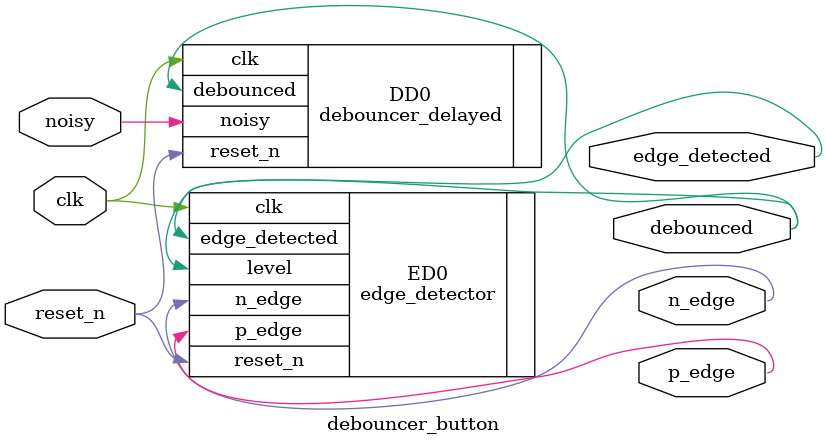
<source format=v>
`timescale 1ns / 1ps


module debouncer_button(
    input clk, reset_n,
    input noisy,
    output debounced,
    output p_edge, n_edge, edge_detected
    );
    
    debouncer_delayed DD0(
        .clk(clk),
        .reset_n(reset_n),
        .noisy(noisy),
        .debounced(debounced)
    );
    
    edge_detector ED0(
        .clk(clk),
        .reset_n(reset_n),
        .level(debounced),
        .p_edge(p_edge),
        .n_edge(n_edge),
        .edge_detected(edge_detected)
    );
endmodule

</source>
